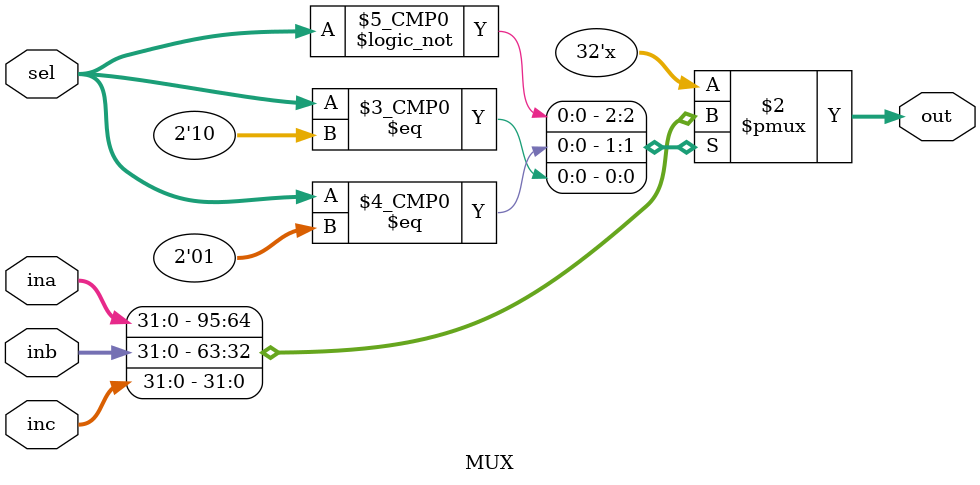
<source format=v>
`timescale 1ns / 1ps


module MUX(input [1:0] sel,
           input [31:0] ina, inb, inc,
           output reg [31:0] out);

    always @* begin
        case(sel)
            2'b00: out <= ina;
            2'b01: out <= inb;
            2'b10: out <= inc;
        endcase
    end

endmodule

</source>
